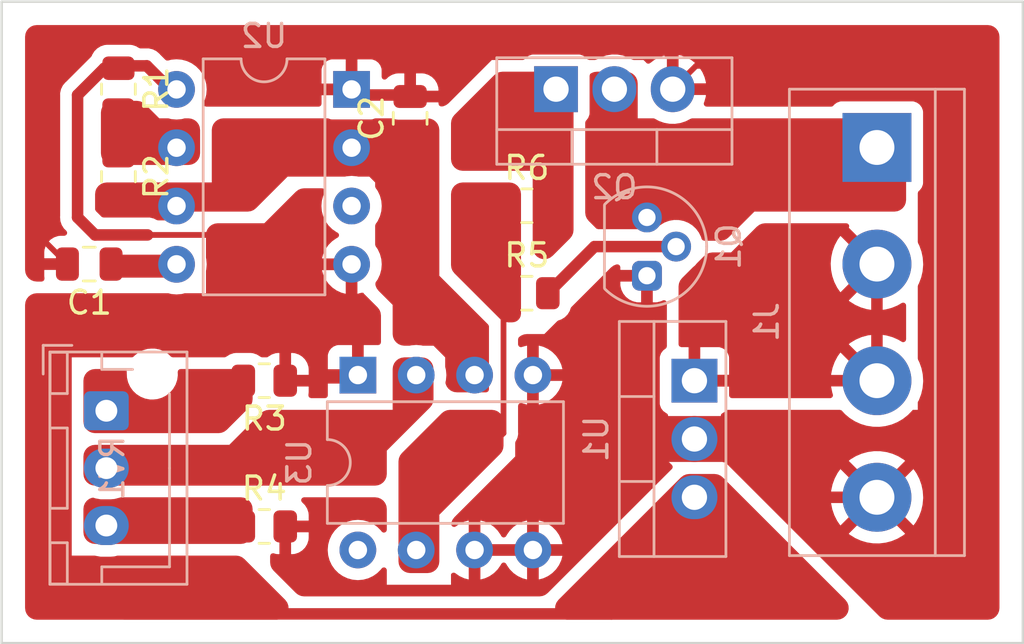
<source format=kicad_pcb>
(kicad_pcb (version 20211014) (generator pcbnew)
  (layers (0 "F.Cu" signal) (31 "B.Cu" signal) (34 "B.Paste" user) (35 "F.Paste" user) (36 "B.SilkS" user "B.Silkscreen") (37 "F.SilkS" user "F.Silkscreen") (38 "B.Mask" user) (39 "F.Mask" user) (44 "Edge.Cuts" user))
  (net 0 "")
  (net 1 "Net-(C1-Pad1)")
  (net 2 "GND")
  (net 3 "/RAMP")
  (net 4 "/PWM_SINK")
  (net 5 "VPP")
  (net 6 "Net-(Q1-Pad2)")
  (net 7 "Net-(Q2-Pad1)")
  (net 8 "+5V")
  (net 9 "Net-(R1-Pad2)")
  (net 10 "/ONE_THIRD")
  (net 11 "/TWO_THIRDS")
  (net 12 "Net-(R5-Pad1)")
  (net 13 "/Threshold")
  (footprint "Resistor_SMD:R_0805_2012Metric" (layer "F.Cu") (at 120.65 80.01)
    (fp_text reference "R5" (at 0 -1.65) (layer "F.SilkS"))
    (fp_text value "502")
    (fp_line (start -0.227064 -0.735) (end 0.227064 -0.735) (layer "F.SilkS") (width 0.12))
    (fp_line (start -0.227064 0.735) (end 0.227064 0.735) (layer "F.SilkS") (width 0.12))
    (pad "1" smd roundrect (at -0.9125 0) (size 1.025 1.4) (layers "F.Cu" "F.Paste" "F.Mask") (roundrect_rratio 0.243902439) (net 12 "Net-(R5-Pad1)"))
    (pad "2" smd roundrect (at 0.9125 0) (size 1.025 1.4) (layers "F.Cu" "F.Paste" "F.Mask") (roundrect_rratio 0.243902439) (net 6 "Net-(Q1-Pad2)"))
  )
  (footprint "Resistor_SMD:R_0805_2012Metric" (layer "F.Cu") (at 102.87 74.93 -90)
    (fp_text reference "R2" (at 0 -1.65 90) (layer "F.SilkS"))
    (fp_text value "102")
    (fp_line (start -0.227064 0.735) (end 0.227064 0.735) (layer "F.SilkS") (width 0.12))
    (fp_line (start -0.227064 -0.735) (end 0.227064 -0.735) (layer "F.SilkS") (width 0.12))
    (pad "1" smd roundrect (at -0.9125 0 270) (size 1.025 1.4) (layers "F.Cu" "F.Paste" "F.Mask") (roundrect_rratio 0.243902439) (net 9 "Net-(R1-Pad2)"))
    (pad "2" smd roundrect (at 0.9125 0 270) (size 1.025 1.4) (layers "F.Cu" "F.Paste" "F.Mask") (roundrect_rratio 0.243902439) (net 3 "/RAMP"))
  )
  (footprint "Resistor_SMD:R_0805_2012Metric" (layer "F.Cu") (at 102.87 71.12 -90)
    (fp_text reference "R1" (at 0 -1.65 90) (layer "F.SilkS"))
    (fp_text value "103")
    (fp_line (start -0.227064 0.735) (end 0.227064 0.735) (layer "F.SilkS") (width 0.12))
    (fp_line (start -0.227064 -0.735) (end 0.227064 -0.735) (layer "F.SilkS") (width 0.12))
    (pad "1" smd roundrect (at -0.9125 0 270) (size 1.025 1.4) (layers "F.Cu" "F.Paste" "F.Mask") (roundrect_rratio 0.243902439) (net 8 "+5V"))
    (pad "2" smd roundrect (at 0.9125 0 270) (size 1.025 1.4) (layers "F.Cu" "F.Paste" "F.Mask") (roundrect_rratio 0.243902439) (net 9 "Net-(R1-Pad2)"))
  )
  (footprint "Resistor_SMD:R_0805_2012Metric" (layer "F.Cu") (at 109.22 90.17)
    (fp_text reference "R4" (at 0 -1.65) (layer "F.SilkS"))
    (fp_text value "102")
    (fp_line (start -0.227064 0.735) (end 0.227064 0.735) (layer "F.SilkS") (width 0.12))
    (fp_line (start -0.227064 -0.735) (end 0.227064 -0.735) (layer "F.SilkS") (width 0.12))
    (pad "1" smd roundrect (at -0.9125 0) (size 1.025 1.4) (layers "F.Cu" "F.Paste" "F.Mask") (roundrect_rratio 0.243902439) (net 11 "/TWO_THIRDS"))
    (pad "2" smd roundrect (at 0.9125 0) (size 1.025 1.4) (layers "F.Cu" "F.Paste" "F.Mask") (roundrect_rratio 0.243902439) (net 2 "GND"))
  )
  (footprint "Capacitor_SMD:C_0805_2012Metric" (layer "F.Cu") (at 101.6 78.74 180)
    (fp_text reference "C1" (at 0 -1.68) (layer "F.SilkS"))
    (fp_text value "104")
    (fp_line (start -0.261252 0.735) (end 0.261252 0.735) (layer "F.SilkS") (width 0.12))
    (fp_line (start -0.261252 -0.735) (end 0.261252 -0.735) (layer "F.SilkS") (width 0.12))
    (pad "1" smd roundrect (at -0.95 0 180) (size 1 1.45) (layers "F.Cu" "F.Paste" "F.Mask") (net 1 "Net-(C1-Pad1)"))
    (pad "2" smd roundrect (at 0.95 0 180) (size 1 1.45) (layers "F.Cu" "F.Paste" "F.Mask") (net 2 "GND"))
  )
  (footprint "Capacitor_SMD:C_0805_2012Metric" (layer "F.Cu") (at 115.57 72.39 90)
    (fp_text reference "C2" (at 0 -1.68 90) (layer "F.SilkS"))
    (fp_text value "104")
    (fp_line (start -0.261252 0.735) (end 0.261252 0.735) (layer "F.SilkS") (width 0.12))
    (fp_line (start -0.261252 -0.735) (end 0.261252 -0.735) (layer "F.SilkS") (width 0.12))
    (pad "1" smd roundrect (at -0.95 0 90) (size 1 1.45) (layers "F.Cu" "F.Paste" "F.Mask") (net 3 "/RAMP"))
    (pad "2" smd roundrect (at 0.95 0 90) (size 1 1.45) (layers "F.Cu" "F.Paste" "F.Mask") (net 2 "GND"))
  )
  (footprint "Resistor_SMD:R_0805_2012Metric" (layer "F.Cu") (at 109.22 83.82 180)
    (fp_text reference "R3" (at 0 -1.65) (layer "F.SilkS"))
    (fp_text value "102")
    (fp_line (start -0.227064 -0.735) (end 0.227064 -0.735) (layer "F.SilkS") (width 0.12))
    (fp_line (start -0.227064 0.735) (end 0.227064 0.735) (layer "F.SilkS") (width 0.12))
    (pad "1" smd roundrect (at -0.9125 0 180) (size 1.025 1.4) (layers "F.Cu" "F.Paste" "F.Mask") (roundrect_rratio 0.243902439) (net 8 "+5V"))
    (pad "2" smd roundrect (at 0.9125 0 180) (size 1.025 1.4) (layers "F.Cu" "F.Paste" "F.Mask") (roundrect_rratio 0.243902439) (net 10 "/ONE_THIRD"))
  )
  (footprint "Resistor_SMD:R_0805_2012Metric" (layer "F.Cu") (at 120.65 76.2)
    (fp_text reference "R6" (at 0 -1.65) (layer "F.SilkS"))
    (fp_text value "101")
    (fp_line (start -0.227064 0.735) (end 0.227064 0.735) (layer "F.SilkS") (width 0.12))
    (fp_line (start -0.227064 -0.735) (end 0.227064 -0.735) (layer "F.SilkS") (width 0.12))
    (pad "1" smd roundrect (at -0.9125 0) (size 1.025 1.4) (layers "F.Cu" "F.Paste" "F.Mask") (roundrect_rratio 0.243902439) (net 12 "Net-(R5-Pad1)"))
    (pad "2" smd roundrect (at 0.9125 0) (size 1.025 1.4) (layers "F.Cu" "F.Paste" "F.Mask") (roundrect_rratio 0.243902439) (net 7 "Net-(Q2-Pad1)"))
  )
  (footprint "Connector_JST:JST_XH_B3B-XH-AM_1x03_P2.50mm_Vertical" (layer "B.Cu") (at 102.345 85.13 -90)
    (fp_text reference "RV1" (at 2.5 -0.26 90) (layer "B.SilkS") (effects (justify mirror)))
    (fp_text value "102")
    (fp_line (start 0.75 2.45) (end 0.75 1.7) (layer "B.SilkS") (width 0.12))
    (fp_line (start 6.8 0.2) (end 6.8 -2.75) (layer "B.SilkS") (width 0.12))
    (fp_line (start 4.25 2.45) (end 0.75 2.45) (layer "B.SilkS") (width 0.12))
    (fp_line (start 7.56 -3.51) (end 7.56 2.46) (layer "B.SilkS") (width 0.12))
    (fp_line (start 7.55 2.45) (end 5.75 2.45) (layer "B.SilkS") (width 0.12))
    (fp_line (start 0.75 1.7) (end 4.25 1.7) (layer "B.SilkS") (width 0.12))
    (fp_line (start 6.8 -2.75) (end 2.5 -2.75) (layer "B.SilkS") (width 0.12))
    (fp_line (start 4.25 1.7) (end 4.25 2.45) (layer "B.SilkS") (width 0.12))
    (fp_line (start -2.56 2.46) (end -2.56 -3.51) (layer "B.SilkS") (width 0.12))
    (fp_line (start 7.55 1.7) (end 7.55 2.45) (layer "B.SilkS") (width 0.12))
    (fp_line (start 5.75 2.45) (end 5.75 1.7) (layer "B.SilkS") (width 0.12))
    (fp_line (start -2.55 1.7) (end -0.75 1.7) (layer "B.SilkS") (width 0.12))
    (fp_line (start -2.55 0.2) (end -1.8 0.2) (layer "B.SilkS") (width 0.12))
    (fp_line (start -2.56 -3.51) (end 7.56 -3.51) (layer "B.SilkS") (width 0.12))
    (fp_line (start -0.75 1.7) (end -0.75 2.45) (layer "B.SilkS") (width 0.12))
    (fp_line (start -0.75 2.45) (end -2.55 2.45) (layer "B.SilkS") (width 0.12))
    (fp_line (start -1.8 0.2) (end -1.8 -1.14) (layer "B.SilkS") (width 0.12))
    (fp_line (start 2.5 -2.75) (end -0.74 -2.75) (layer "B.SilkS") (width 0.12))
    (fp_line (start -2.55 2.45) (end -2.55 1.7) (layer "B.SilkS") (width 0.12))
    (fp_line (start 7.56 2.46) (end -2.56 2.46) (layer "B.SilkS") (width 0.12))
    (fp_line (start -2.85 2.75) (end -2.85 1.5) (layer "B.SilkS") (width 0.12))
    (fp_line (start 5.75 1.7) (end 7.55 1.7) (layer "B.SilkS") (width 0.12))
    (fp_line (start 7.55 0.2) (end 6.8 0.2) (layer "B.SilkS") (width 0.12))
    (fp_line (start -1.6 2.75) (end -2.85 2.75) (layer "B.SilkS") (width 0.12))
    (pad "" np_thru_hole circle (at -1.6 -2 270) (size 1.2 1.2) (drill 1.2) (layers F&B.Cu *.Mask))
    (pad "1" thru_hole roundrect (at 0 0 270) (size 1.7 1.95) (drill 0.95) (layers *.Cu *.Mask) (roundrect_rratio 0.1470588235) (net 10 "/ONE_THIRD"))
    (pad "2" thru_hole oval (at 2.5 0 270) (size 1.7 1.95) (drill 0.95) (layers *.Cu *.Mask) (net 13 "/Threshold"))
    (pad "3" thru_hole oval (at 5 0 270) (size 1.7 1.95) (drill 0.95) (layers *.Cu *.Mask) (net 11 "/TWO_THIRDS"))
  )
  (footprint "Package_TO_SOT_THT:TO-92" (layer "B.Cu") (at 125.878 79.248 90)
    (fp_text reference "Q1" (at 1.27 3.56 90) (layer "B.SilkS") (effects (justify mirror)))
    (fp_text value "Q_NPN_EBC")
    (fp_line (start -0.53 -1.85) (end 3.07 -1.85) (layer "B.SilkS") (width 0.12))
    (fp_arc (start 1.27 2.6) (mid -1.132087 0.994977) (end -0.568478 -1.838478) (layer "B.SilkS") (width 0.12))
    (fp_arc (start 3.108478 -1.838478) (mid 3.672087 0.994977) (end 1.27 2.6) (layer "B.SilkS") (width 0.12))
    (pad "1" thru_hole roundrect (at 0 0 90) (size 1.3 1.3) (drill 0.75) (layers *.Cu *.Mask) (net 2 "GND"))
    (pad "2" thru_hole circle (at 1.27 1.27 90) (size 1.3 1.3) (drill 0.75) (layers *.Cu *.Mask) (net 6 "Net-(Q1-Pad2)"))
    (pad "3" thru_hole circle (at 2.54 0 90) (size 1.3 1.3) (drill 0.75) (layers *.Cu *.Mask) (net 4 "/PWM_SINK"))
  )
  (footprint "Package_TO_SOT_THT:TO-220-3_Vertical" (layer "B.Cu") (at 121.92 71.12)
    (fp_text reference "Q2" (at 2.54 4.27) (layer "B.SilkS") (effects (justify mirror)))
    (fp_text value "Q_NMOS_GDS")
    (fp_line (start -2.58 3.27) (end 7.66 3.27) (layer "B.SilkS") (width 0.12))
    (fp_line (start 0.69 3.27) (end 0.69 1.76) (layer "B.SilkS") (width 0.12))
    (fp_line (start -2.58 -1.371) (end 7.66 -1.371) (layer "B.SilkS") (width 0.12))
    (fp_line (start -2.58 1.76) (end 7.66 1.76) (layer "B.SilkS") (width 0.12))
    (fp_line (start 4.391 3.27) (end 4.391 1.76) (layer "B.SilkS") (width 0.12))
    (fp_line (start -2.58 3.27) (end -2.58 -1.371) (layer "B.SilkS") (width 0.12))
    (fp_line (start 7.66 3.27) (end 7.66 -1.371) (layer "B.SilkS") (width 0.12))
    (pad "1" thru_hole rect (at 0 0) (size 1.905 2) (drill 1.1) (layers *.Cu *.Mask) (net 7 "Net-(Q2-Pad1)"))
    (pad "2" thru_hole oval (at 2.54 0) (size 1.905 2) (drill 1.1) (layers *.Cu *.Mask) (net 4 "/PWM_SINK"))
    (pad "3" thru_hole oval (at 5.08 0) (size 1.905 2) (drill 1.1) (layers *.Cu *.Mask) (net 2 "GND"))
  )
  (footprint "TerminalBlock:TerminalBlock_bornier-4_P5.08mm" (layer "B.Cu") (at 135.89 73.66 -90)
    (fp_text reference "J1" (at 7.6 4.8 90) (layer "B.SilkS") (effects (justify mirror)))
    (fp_text value "Conn_01x04_Male")
    (fp_line (start -2.54 3.81) (end 17.78 3.81) (layer "B.SilkS") (width 0.12))
    (fp_line (start -2.54 3.81) (end -2.54 -3.81) (layer "B.SilkS") (width 0.12))
    (fp_line (start 17.78 -3.81) (end 17.78 3.81) (layer "B.SilkS") (width 0.12))
    (fp_line (start -2.54 -3.81) (end 17.78 -3.81) (layer "B.SilkS") (width 0.12))
    (fp_line (start 17.78 -2.54) (end -2.54 -2.54) (layer "B.SilkS") (width 0.12))
    (pad "1" thru_hole rect (at 0 0 270) (size 3 3) (drill 1.52) (layers *.Cu *.Mask) (net 4 "/PWM_SINK"))
    (pad "2" thru_hole circle (at 5.08 0 270) (size 3 3) (drill 1.52) (layers *.Cu *.Mask) (net 5 "VPP"))
    (pad "3" thru_hole circle (at 10.16 0 270) (size 3 3) (drill 1.52) (layers *.Cu *.Mask) (net 5 "VPP"))
    (pad "4" thru_hole circle (at 15.24 0 270) (size 3 3) (drill 1.52) (layers *.Cu *.Mask) (net 2 "GND"))
  )
  (footprint "Package_DIP:DIP-8_W7.62mm" (layer "B.Cu") (at 113.294 83.576 -90)
    (fp_text reference "U3" (at 3.8 2.55 90) (layer "B.SilkS") (effects (justify mirror)))
    (fp_text value "AD8561")
    (fp_line (start 2.81 1.33) (end 1.16 1.33) (layer "B.SilkS") (width 0.12))
    (fp_line (start 1.16 1.33) (end 1.16 -8.95) (layer "B.SilkS") (width 0.12))
    (fp_line (start 6.46 1.33) (end 4.81 1.33) (layer "B.SilkS") (width 0.12))
    (fp_line (start 1.16 -8.95) (end 6.46 -8.95) (layer "B.SilkS") (width 0.12))
    (fp_line (start 6.46 -8.95) (end 6.46 1.33) (layer "B.SilkS") (width 0.12))
    (fp_arc (start 2.81 1.33) (mid 3.81 0.33) (end 4.81 1.33) (layer "B.SilkS") (width 0.12))
    (pad "1" thru_hole rect (at 0 0 270) (size 1.6 1.6) (drill 0.8) (layers *.Cu *.Mask) (net 8 "+5V"))
    (pad "2" thru_hole oval (at 0 -2.54 270) (size 1.6 1.6) (drill 0.8) (layers *.Cu *.Mask) (net 13 "/Threshold"))
    (pad "3" thru_hole oval (at 0 -5.08 270) (size 1.6 1.6) (drill 0.8) (layers *.Cu *.Mask) (net 3 "/RAMP"))
    (pad "4" thru_hole oval (at 0 -7.62 270) (size 1.6 1.6) (drill 0.8) (layers *.Cu *.Mask) (net 2 "GND"))
    (pad "5" thru_hole oval (at 7.62 -7.62 270) (size 1.6 1.6) (drill 0.8) (layers *.Cu *.Mask) (net 2 "GND"))
    (pad "6" thru_hole oval (at 7.62 -5.08 270) (size 1.6 1.6) (drill 0.8) (layers *.Cu *.Mask) (net 2 "GND"))
    (pad "7" thru_hole oval (at 7.62 -2.54 270) (size 1.6 1.6) (drill 0.8) (layers *.Cu *.Mask) (net 12 "Net-(R5-Pad1)"))
    (pad "8" thru_hole oval (at 7.62 0 270) (size 1.6 1.6) (drill 0.8) (layers *.Cu *.Mask))
  )
  (footprint "Package_TO_SOT_THT:TO-220-3_Vertical" (layer "B.Cu") (at 127.945 83.82 -90)
    (fp_text reference "U1" (at 2.54 4.27 90) (layer "B.SilkS") (effects (justify mirror)))
    (fp_text value "LM7805_TO220")
    (fp_line (start -2.58 3.27) (end 7.66 3.27) (layer "B.SilkS") (width 0.12))
    (fp_line (start 0.69 3.27) (end 0.69 1.76) (layer "B.SilkS") (width 0.12))
    (fp_line (start -2.58 3.27) (end -2.58 -1.371) (layer "B.SilkS") (width 0.12))
    (fp_line (start -2.58 -1.371) (end 7.66 -1.371) (layer "B.SilkS") (width 0.12))
    (fp_line (start 7.66 3.27) (end 7.66 -1.371) (layer "B.SilkS") (width 0.12))
    (fp_line (start 4.391 3.27) (end 4.391 1.76) (layer "B.SilkS") (width 0.12))
    (fp_line (start -2.58 1.76) (end 7.66 1.76) (layer "B.SilkS") (width 0.12))
    (pad "1" thru_hole rect (at 0 0 270) (size 1.905 2) (drill 1.1) (layers *.Cu *.Mask) (net 5 "VPP"))
    (pad "2" thru_hole oval (at 2.54 0 270) (size 1.905 2) (drill 1.1) (layers *.Cu *.Mask) (net 2 "GND"))
    (pad "3" thru_hole oval (at 5.08 0 270) (size 1.905 2) (drill 1.1) (layers *.Cu *.Mask) (net 8 "+5V"))
  )
  (footprint "Package_DIP:DIP-8_W7.62mm" (layer "B.Cu") (at 113.02 71.13 180)
    (fp_text reference "U2" (at 3.81 2.33) (layer "B.SilkS") (effects (justify mirror)))
    (fp_text value "NE555P")
    (fp_line (start 6.46 -8.95) (end 6.46 1.33) (layer "B.SilkS") (width 0.12))
    (fp_line (start 1.16 1.33) (end 1.16 -8.95) (layer "B.SilkS") (width 0.12))
    (fp_line (start 1.16 -8.95) (end 6.46 -8.95) (layer "B.SilkS") (width 0.12))
    (fp_line (start 6.46 1.33) (end 4.81 1.33) (layer "B.SilkS") (width 0.12))
    (fp_line (start 2.81 1.33) (end 1.16 1.33) (layer "B.SilkS") (width 0.12))
    (fp_arc (start 2.81 1.33) (mid 3.81 0.33) (end 4.81 1.33) (layer "B.SilkS") (width 0.12))
    (pad "1" thru_hole rect (at 0 0 180) (size 1.6 1.6) (drill 0.8) (layers *.Cu *.Mask) (net 2 "GND"))
    (pad "2" thru_hole oval (at 0 -2.54 180) (size 1.6 1.6) (drill 0.8) (layers *.Cu *.Mask) (net 3 "/RAMP"))
    (pad "3" thru_hole oval (at 0 -5.08 180) (size 1.6 1.6) (drill 0.8) (layers *.Cu *.Mask))
    (pad "4" thru_hole oval (at 0 -7.62 180) (size 1.6 1.6) (drill 0.8) (layers *.Cu *.Mask) (net 8 "+5V"))
    (pad "5" thru_hole oval (at 7.62 -7.62 180) (size 1.6 1.6) (drill 0.8) (layers *.Cu *.Mask) (net 1 "Net-(C1-Pad1)"))
    (pad "6" thru_hole oval (at 7.62 -5.08 180) (size 1.6 1.6) (drill 0.8) (layers *.Cu *.Mask) (net 3 "/RAMP"))
    (pad "7" thru_hole oval (at 7.62 -2.54 180) (size 1.6 1.6) (drill 0.8) (layers *.Cu *.Mask) (net 9 "Net-(R1-Pad2)"))
    (pad "8" thru_hole oval (at 7.62 0 180) (size 1.6 1.6) (drill 0.8) (layers *.Cu *.Mask) (net 8 "+5V"))
  )
  (gr_line (start 142.24 67.31) (end 142.24 95.25) (layer "Edge.Cuts") (width 0.1))
  (gr_line (start 142.24 95.25) (end 97.79 95.25) (layer "Edge.Cuts") (width 0.1))
  (gr_line (start 97.79 67.31) (end 142.24 67.31) (layer "Edge.Cuts") (width 0.1))
  (gr_line (start 97.79 95.25) (end 97.79 67.31) (layer "Edge.Cuts") (width 0.1))
  (segment (start 105.21 78.83) (end 102.64 78.83) (width 1) (layer "F.Cu") (net 1))
  (segment (start 102.64 78.83) (end 102.55 78.74) (width 0.25) (layer "F.Cu") (net 1))
  (segment (start 110.1325 91.3365) (end 110.1325 90.17) (width 0.25) (layer "F.Cu") (net 2))
  (segment (start 115.57 71.44) (end 115.504 71.374) (width 0.25) (layer "F.Cu") (net 2))
  (segment (start 139.7 85.09) (end 139.7 72.39) (width 0.25) (layer "F.Cu") (net 2))
  (segment (start 100.33 68.58) (end 99.06 69.85) (width 0.25) (layer "F.Cu") (net 2))
  (segment (start 124.968 85.344) (end 124.206 86.106) (width 0.25) (layer "F.Cu") (net 2))
  (segment (start 127 71.12) (end 127 69.85) (width 0.25) (layer "F.Cu") (net 2))
  (segment (start 125.878 81.894) (end 124.968 82.804) (width 0.25) (layer "F.Cu") (net 2))
  (segment (start 129.54 86.36) (end 127.945 86.36) (width 2) (layer "F.Cu") (net 2))
  (segment (start 113.02 71.13) (end 113.03 68.58) (width 0.25) (layer "F.Cu") (net 2))
  (segment (start 125.878 79.248) (end 125.878 81.894) (width 0.25) (layer "F.Cu") (net 2))
  (segment (start 118.364 91.186) (end 118.364 92.964) (width 0.25) (layer "F.Cu") (net 2))
  (segment (start 124.968 85.344) (end 124.968 84.074) (width 0.25) (layer "F.Cu") (net 2))
  (segment (start 115.57 68.58) (end 115.57 71.44) (width 0.25) (layer "F.Cu") (net 2))
  (segment (start 127.945 86.36) (end 125.984 86.36) (width 2) (layer "F.Cu") (net 2))
  (segment (start 111.76 92.964) (end 110.1325 91.3365) (width 0.25) (layer "F.Cu") (net 2))
  (segment (start 127 69.85) (end 125.73 68.58) (width 0.25) (layer "F.Cu") (net 2))
  (segment (start 118.364 92.964) (end 111.76 92.964) (width 0.25) (layer "F.Cu") (net 2))
  (segment (start 125.73 68.58) (end 115.57 68.58) (width 0.25) (layer "F.Cu") (net 2))
  (segment (start 137.414 70.104) (end 128.016 70.104) (width 0.25) (layer "F.Cu") (net 2))
  (segment (start 128.016 70.104) (end 127 71.12) (width 0.25) (layer "F.Cu") (net 2))
  (segment (start 120.914 89.378) (end 120.914 91.704) (width 0.25) (layer "F.Cu") (net 2))
  (segment (start 132.08 88.9) (end 129.54 86.36) (width 0.25) (layer "F.Cu") (net 2))
  (segment (start 113.264 71.374) (end 113.02 71.13) (width 0.25) (layer "F.Cu") (net 2))
  (segment (start 113.03 68.58) (end 100.33 68.58) (width 0.25) (layer "F.Cu") (net 2))
  (segment (start 99.06 77.15) (end 100.65 78.74) (width 0.25) (layer "F.Cu") (net 2))
  (segment (start 139.7 72.39) (end 137.414 70.104) (width 0.25) (layer "F.Cu") (net 2))
  (segment (start 135.89 88.9) (end 139.7 85.09) (width 0.25) (layer "F.Cu") (net 2))
  (segment (start 135.89 88.9) (end 132.08 88.9) (width 0.5) (layer "F.Cu") (net 2))
  (segment (start 120.914 83.566) (end 124.958 83.566) (width 0.25) (layer "F.Cu") (net 2))
  (segment (start 124.968 84.074) (end 124.968 82.804) (width 0.25) (layer "F.Cu") (net 2))
  (segment (start 125.984 86.36) (end 124.968 85.344) (width 0.25) (layer "F.Cu") (net 2))
  (segment (start 99.06 69.85) (end 99.06 77.15) (width 0.25) (layer "F.Cu") (net 2))
  (segment (start 124.206 86.106) (end 124.196 86.096) (width 0.25) (layer "F.Cu") (net 2))
  (segment (start 115.504 71.374) (end 113.264 71.374) (width 0.5) (layer "F.Cu") (net 2))
  (segment (start 124.196 86.096) (end 120.914 89.378) (width 0.25) (layer "F.Cu") (net 2))
  (segment (start 118.374 82.56) (end 115.57 79.756) (width 0.25) (layer "F.Cu") (net 3))
  (segment (start 115.57 79.756) (end 115.57 73.34) (width 0.25) (layer "F.Cu") (net 3))
  (segment (start 108.8155 75.8425) (end 102.87 75.8425) (width 0.25) (layer "F.Cu") (net 3))
  (segment (start 115.57 73.34) (end 115.16 73.75) (width 0.25) (layer "F.Cu") (net 3))
  (segment (start 110.908 73.75) (end 108.8155 75.8425) (width 0.25) (layer "F.Cu") (net 3))
  (segment (start 118.374 84.084) (end 118.374 82.56) (width 0.25) (layer "F.Cu") (net 3))
  (segment (start 115.16 73.75) (end 110.908 73.75) (width 0.25) (layer "F.Cu") (net 3))
  (segment (start 125.878 76.708) (end 125.878 75.078) (width 0.25) (layer "F.Cu") (net 4))
  (segment (start 127.296 73.66) (end 135.89 73.66) (width 0.25) (layer "F.Cu") (net 4))
  (segment (start 125.878 75.078) (end 124.46 73.66) (width 0.25) (layer "F.Cu") (net 4))
  (segment (start 125.878 75.078) (end 127.296 73.66) (width 0.25) (layer "F.Cu") (net 4))
  (segment (start 124.46 73.66) (end 124.46 71.12) (width 0.25) (layer "F.Cu") (net 4))
  (segment (start 135.89 83.82) (end 135.89 78.74) (width 0.5) (layer "F.Cu") (net 5))
  (segment (start 127.945 83.82) (end 135.89 83.82) (width 0.5) (layer "F.Cu") (net 5))
  (segment (start 121.5625 80.01) (end 123.5945 77.978) (width 0.5) (layer "F.Cu") (net 6))
  (segment (start 123.5945 77.978) (end 127.148 77.978) (width 0.5) (layer "F.Cu") (net 6))
  (segment (start 121.92 75.8425) (end 121.92 71.12) (width 0.25) (layer "F.Cu") (net 7))
  (segment (start 121.5625 76.2) (end 121.92 75.8425) (width 0.25) (layer "F.Cu") (net 7))
  (segment (start 113.02 78.75) (end 111.75 78.75) (width 0.25) (layer "F.Cu") (net 8))
  (segment (start 106.934 77.47) (end 104.14 77.47) (width 0.25) (layer "F.Cu") (net 8))
  (segment (start 102.87 70.2075) (end 102.2585 70.2075) (width 0.5) (layer "F.Cu") (net 8))
  (segment (start 99.314 90.17) (end 99.314 83.312) (width 0.25) (layer "F.Cu") (net 8))
  (segment (start 102.2585 70.2075) (end 101.092 71.374) (width 0.5) (layer "F.Cu") (net 8))
  (segment (start 101.854 77.47) (end 104.14 77.47) (width 0.5) (layer "F.Cu") (net 8))
  (segment (start 110.1325 81.9385) (end 110.1325 83.82) (width 0.25) (layer "F.Cu") (net 8))
  (segment (start 105.21 71.21) (end 104.104 70.104) (width 0.5) (layer "F.Cu") (net 8))
  (segment (start 101.092 71.374) (end 101.092 76.708) (width 0.5) (layer "F.Cu") (net 8))
  (segment (start 111.67 78.83) (end 108.294 78.83) (width 0.25) (layer "F.Cu") (net 8))
  (segment (start 109.982 80.518) (end 109.982 81.788) (width 0.25) (layer "F.Cu") (net 8))
  (segment (start 127.945 90.36998) (end 124.33498 93.98) (width 0.5) (layer "F.Cu") (net 8))
  (segment (start 102.9735 70.104) (end 102.87 70.2075) (width 0.25) (layer "F.Cu") (net 8))
  (segment (start 111.75 78.75) (end 111.67 78.83) (width 0.25) (layer "F.Cu") (net 8))
  (segment (start 103.124 93.98) (end 99.314 90.17) (width 0.25) (layer "F.Cu") (net 8))
  (segment (start 100.838 81.788) (end 109.982 81.788) (width 0.25) (layer "F.Cu") (net 8))
  (segment (start 104.104 70.104) (end 102.9735 70.104) (width 0.5) (layer "F.Cu") (net 8))
  (segment (start 99.314 83.312) (end 100.838 81.788) (width 0.25) (layer "F.Cu") (net 8))
  (segment (start 113.03 83.82) (end 113.294 84.084) (width 0.25) (layer "F.Cu") (net 8))
  (segment (start 101.092 76.708) (end 101.854 77.47) (width 0.5) (layer "F.Cu") (net 8))
  (segment (start 127.945 88.9) (end 127.945 90.36998) (width 0.5) (layer "F.Cu") (net 8))
  (segment (start 110.1325 83.82) (end 113.03 83.82) (width 0.25) (layer "F.Cu") (net 8))
  (segment (start 108.294 78.83) (end 106.934 77.47) (width 0.5) (layer "F.Cu") (net 8))
  (segment (start 124.33498 93.98) (end 103.124 93.98) (width 0.5) (layer "F.Cu") (net 8))
  (segment (start 111.67 78.83) (end 109.982 80.518) (width 0.25) (layer "F.Cu") (net 8))
  (segment (start 109.982 81.788) (end 110.1325 81.9385) (width 0.25) (layer "F.Cu") (net 8))
  (segment (start 105.21 73.75) (end 103.1375 73.75) (width 0.25) (layer "F.Cu") (net 9))
  (segment (start 102.87 72.0325) (end 102.87 74.0175) (width 0.25) (layer "F.Cu") (net 9))
  (segment (start 103.1375 73.75) (end 102.87 74.0175) (width 0.25) (layer "F.Cu") (net 9))
  (segment (start 102.345 85.13) (end 106.9975 85.13) (width 0.25) (layer "F.Cu") (net 10))
  (segment (start 106.9975 85.13) (end 108.3075 83.82) (width 0.25) (layer "F.Cu") (net 10))
  (segment (start 108.2675 90.13) (end 108.3075 90.17) (width 0.25) (layer "F.Cu") (net 11))
  (segment (start 102.345 90.13) (end 108.2675 90.13) (width 0.25) (layer "F.Cu") (net 11))
  (segment (start 119.7375 80.01) (end 119.7375 76.2) (width 0.5) (layer "F.Cu") (net 12))
  (segment (start 119.7375 80.01) (end 119.634 80.1135) (width 0.25) (layer "F.Cu") (net 12))
  (segment (start 115.834 89.906) (end 119.634 86.106) (width 0.25) (layer "F.Cu") (net 12))
  (segment (start 115.834 91.196) (end 115.834 89.906) (width 0.25) (layer "F.Cu") (net 12))
  (segment (start 119.634 86.106) (end 119.634 80.1135) (width 0.25) (layer "F.Cu") (net 12))
  (segment (start 102.345 87.63) (end 113.03 87.63) (width 0.25) (layer "F.Cu") (net 13))
  (segment (start 113.03 87.63) (end 115.834 84.826) (width 0.25) (layer "F.Cu") (net 13))
  (segment (start 115.834 84.826) (end 115.834 84.084) (width 0.25) (layer "F.Cu") (net 13))
  (zone (net 10) (net_name "/ONE_THIRD") (layer "F.Cu") (connect_pads yes (clearance 0.508)) (min_thickness 0.254) (fill yes (thermal_gap 0.508) (thermal_bridge_width 0.508) (smoothing fillet) (radius 0.508))
    (polygon (pts (xy 108.712 84.836) (xy 107.442 86.106) (xy 101.346 86.106) (xy 101.346 83.312) (xy 108.712 83.312)))
  )
  (zone (net 9) (net_name "Net-(R1-Pad2)") (layer "F.Cu") (connect_pads yes (clearance 0.508)) (min_thickness 0.254) (fill yes (thermal_gap 0.508) (thermal_bridge_width 0.508) (smoothing fillet) (radius 0.508))
    (polygon (pts (xy 103.886 71.628) (xy 104.648 72.39) (xy 106.426 72.39) (xy 106.426 74.422) (xy 102.108 74.422) (xy 102.108 71.628)))
  )
  (zone (net 3) (net_name "/RAMP") (layer "F.Cu") (connect_pads yes (clearance 0.508)) (min_thickness 0.254) (fill yes (thermal_gap 0.508) (thermal_bridge_width 0.508) (smoothing fillet) (radius 0.508))
    (polygon (pts (xy 116.84 79.248) (xy 119.38 81.788) (xy 119.38 84.328) (xy 117.094 84.328) (xy 117.094 82.804) (xy 116.586 82.296) (xy 114.808 82.296) (xy 114.808 80.518) (xy 114.046 79.756) (xy 114.046 75.184) (xy 113.792 74.93) (xy 110.236 74.93) (xy 108.712 76.454) (xy 105.918 76.454) (xy 105.41 76.962) (xy 101.854 76.962) (xy 101.854 75.184) (xy 106.934 75.184) (xy 106.934 72.39) (xy 116.84 72.39)))
  )
  (zone (net 8) (net_name "+5V") (layer "F.Cu") (connect_pads (clearance 0.508)) (min_thickness 0.254) (fill yes (thermal_gap 0.508) (thermal_bridge_width 0.508) (smoothing fillet) (radius 0.508))
    (polygon (pts (xy 113.538 80.01) (xy 114.3 80.772) (xy 114.3 84.582) (xy 109.728 84.582) (xy 109.728 82.804) (xy 100.838 82.804) (xy 100.838 91.44) (xy 108.204 91.44) (xy 110.998 94.234) (xy 98.806 94.234) (xy 98.806 80.01) (xy 106.68 80.01) (xy 106.68 76.962) (xy 109.22 76.962) (xy 110.744 75.438) (xy 113.538 75.438)))
  )
  (zone (net 5) (net_name "VPP") (layer "F.Cu") (connect_pads (clearance 0.508)) (min_thickness 0.254) (fill yes (thermal_gap 0.508) (thermal_bridge_width 0.508) (smoothing fillet) (radius 0.508))
    (polygon (pts (xy 137.16 76.962) (xy 137.16 84.582) (xy 127.254 84.582) (xy 127.254 79.502) (xy 128.524 78.232) (xy 129.54 78.232) (xy 130.81 76.962)))
  )
  (zone (net 7) (net_name "Net-(Q2-Pad1)") (layer "F.Cu") (connect_pads yes (clearance 0.508)) (min_thickness 0.254) (fill yes (thermal_gap 0.508) (thermal_bridge_width 0.508) (smoothing fillet) (radius 0.508))
    (polygon (pts (xy 122.682 77.47) (xy 120.904 79.248) (xy 120.904 74.676) (xy 118.364 74.676) (xy 117.348 74.676) (xy 117.348 72.39) (xy 119.38 70.358) (xy 122.682 70.358)))
  )
  (zone (net 12) (net_name "Net-(R5-Pad1)") (layer "F.Cu") (connect_pads yes (clearance 0.508)) (min_thickness 0.254) (fill yes (thermal_gap 0.508) (thermal_bridge_width 0.508) (smoothing fillet) (radius 0.508))
    (polygon (pts (xy 119.634 86.868) (xy 116.84 89.662) (xy 116.84 92.202) (xy 115.062 92.202) (xy 115.062 87.122) (xy 117.094 85.09) (xy 119.634 85.09)))
  )
  (zone (net 13) (net_name "/Threshold") (layer "F.Cu") (connect_pads yes (clearance 0.508)) (min_thickness 0.254) (fill yes (thermal_gap 0.508) (thermal_bridge_width 0.508) (smoothing fillet) (radius 0.508))
    (polygon (pts (xy 116.586 83.058) (xy 116.586 84.836) (xy 114.554 86.868) (xy 114.554 88.392) (xy 101.346 88.392) (xy 101.346 86.614) (xy 107.696 86.614) (xy 109.22 85.09) (xy 114.808 85.09) (xy 114.808 82.804) (xy 116.586 82.804)))
  )
  (zone (net 4) (net_name "/PWM_SINK") (layer "F.Cu") (connect_pads yes (clearance 0.508)) (min_thickness 0.254) (fill yes (thermal_gap 0.508) (thermal_bridge_width 0.508) (smoothing fillet) (radius 0.508))
    (polygon (pts (xy 125.476 72.39) (xy 137.16 72.39) (xy 137.16 76.454) (xy 130.556 76.454) (xy 129.286 77.724) (xy 124.206 77.724) (xy 123.19 76.708) (xy 123.19 70.358) (xy 125.476 70.358)))
  )
  (zone (net 12) (net_name "Net-(R5-Pad1)") (layer "F.Cu") (connect_pads yes (clearance 0.508)) (min_thickness 0.254) (fill yes (thermal_gap 0.508) (thermal_bridge_width 0.508) (smoothing fillet) (radius 0.508))
    (polygon (pts (xy 120.396 81.28) (xy 119.634 81.28) (xy 117.348 78.994) (xy 117.348 75.184) (xy 120.396 75.184)))
  )
  (zone (net 8) (net_name "+5V") (layer "F.Cu") (connect_pads yes (clearance 0.508)) (min_thickness 0.254) (fill yes (thermal_gap 0.508) (thermal_bridge_width 0.508) (smoothing fillet) (radius 0.508))
    (polygon (pts (xy 135.382 94.234) (xy 121.158 94.234) (xy 127.508 87.884) (xy 129.032 87.884)))
  )
  (zone (net 2) (net_name "GND") (layer "F.Cu") (connect_pads (clearance 0.508)) (min_thickness 0.254) (fill yes (thermal_gap 0.508) (thermal_bridge_width 0.508) (smoothing fillet) (radius 0.508))
    (polygon (pts (xy 141.224 94.234) (xy 136.144 94.234) (xy 129.286 87.376) (xy 127.254 87.376) (xy 121.412 93.218) (xy 110.744 93.218) (xy 109.474 91.948) (xy 109.474 88.9) (xy 114.554 88.9) (xy 114.554 90.678) (xy 114.554 92.71) (xy 117.348 92.71) (xy 117.348 89.916) (xy 120.142 87.122) (xy 120.142 81.788) (xy 121.412 81.788) (xy 124.46 78.74) (xy 126.746 78.74) (xy 126.746 85.09) (xy 137.668 85.09) (xy 137.668 71.882) (xy 127.762 71.882) (xy 125.73 69.85) (xy 119.126 69.85) (xy 117.094 71.882) (xy 104.902 71.882) (xy 104.14 71.12) (xy 101.092 71.12) (xy 101.092 79.502) (xy 100.076 79.502) (xy 98.806 79.502) (xy 98.806 68.326) (xy 141.224 68.326)))
  )
  (zone (net 11) (net_name "/TWO_THIRDS") (layer "F.Cu") (connect_pads yes (clearance 0.508)) (min_thickness 0.254) (fill yes (thermal_gap 0.508) (thermal_bridge_width 0.508) (smoothing fillet) (radius 0.508))
    (polygon (pts (xy 108.712 88.9) (xy 108.712 90.932) (xy 101.346 90.932) (xy 101.346 88.9)))
  )
)
</source>
